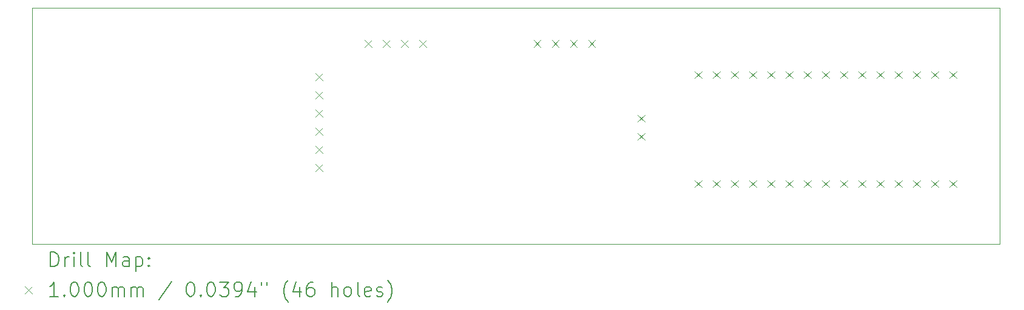
<source format=gbr>
%TF.GenerationSoftware,KiCad,Pcbnew,7.0.5*%
%TF.CreationDate,2023-07-11T17:47:13+06:00*%
%TF.ProjectId,Meteo_braslet,4d657465-6f5f-4627-9261-736c65742e6b,rev?*%
%TF.SameCoordinates,Original*%
%TF.FileFunction,Drillmap*%
%TF.FilePolarity,Positive*%
%FSLAX45Y45*%
G04 Gerber Fmt 4.5, Leading zero omitted, Abs format (unit mm)*
G04 Created by KiCad (PCBNEW 7.0.5) date 2023-07-11 17:47:13*
%MOMM*%
%LPD*%
G01*
G04 APERTURE LIST*
%ADD10C,0.100000*%
%ADD11C,0.200000*%
G04 APERTURE END LIST*
D10*
X3300000Y-3500000D02*
X16800000Y-3500000D01*
X16800000Y-6800000D01*
X3300000Y-6800000D01*
X3300000Y-3500000D01*
D11*
D10*
X7250000Y-4415000D02*
X7350000Y-4515000D01*
X7350000Y-4415000D02*
X7250000Y-4515000D01*
X7250000Y-4669000D02*
X7350000Y-4769000D01*
X7350000Y-4669000D02*
X7250000Y-4769000D01*
X7250000Y-4923000D02*
X7350000Y-5023000D01*
X7350000Y-4923000D02*
X7250000Y-5023000D01*
X7250000Y-5177000D02*
X7350000Y-5277000D01*
X7350000Y-5177000D02*
X7250000Y-5277000D01*
X7250000Y-5431000D02*
X7350000Y-5531000D01*
X7350000Y-5431000D02*
X7250000Y-5531000D01*
X7250000Y-5685000D02*
X7350000Y-5785000D01*
X7350000Y-5685000D02*
X7250000Y-5785000D01*
X7942000Y-3950000D02*
X8042000Y-4050000D01*
X8042000Y-3950000D02*
X7942000Y-4050000D01*
X8196000Y-3950000D02*
X8296000Y-4050000D01*
X8296000Y-3950000D02*
X8196000Y-4050000D01*
X8450000Y-3950000D02*
X8550000Y-4050000D01*
X8550000Y-3950000D02*
X8450000Y-4050000D01*
X8704000Y-3950000D02*
X8804000Y-4050000D01*
X8804000Y-3950000D02*
X8704000Y-4050000D01*
X10296000Y-3950000D02*
X10396000Y-4050000D01*
X10396000Y-3950000D02*
X10296000Y-4050000D01*
X10550000Y-3950000D02*
X10650000Y-4050000D01*
X10650000Y-3950000D02*
X10550000Y-4050000D01*
X10804000Y-3950000D02*
X10904000Y-4050000D01*
X10904000Y-3950000D02*
X10804000Y-4050000D01*
X11058000Y-3950000D02*
X11158000Y-4050000D01*
X11158000Y-3950000D02*
X11058000Y-4050000D01*
X11750000Y-4996000D02*
X11850000Y-5096000D01*
X11850000Y-4996000D02*
X11750000Y-5096000D01*
X11750000Y-5250000D02*
X11850000Y-5350000D01*
X11850000Y-5250000D02*
X11750000Y-5350000D01*
X12545000Y-4387000D02*
X12645000Y-4487000D01*
X12645000Y-4387000D02*
X12545000Y-4487000D01*
X12545000Y-5911000D02*
X12645000Y-6011000D01*
X12645000Y-5911000D02*
X12545000Y-6011000D01*
X12799000Y-4387000D02*
X12899000Y-4487000D01*
X12899000Y-4387000D02*
X12799000Y-4487000D01*
X12799000Y-5911000D02*
X12899000Y-6011000D01*
X12899000Y-5911000D02*
X12799000Y-6011000D01*
X13053000Y-4387000D02*
X13153000Y-4487000D01*
X13153000Y-4387000D02*
X13053000Y-4487000D01*
X13053000Y-5911000D02*
X13153000Y-6011000D01*
X13153000Y-5911000D02*
X13053000Y-6011000D01*
X13307000Y-4387000D02*
X13407000Y-4487000D01*
X13407000Y-4387000D02*
X13307000Y-4487000D01*
X13307000Y-5911000D02*
X13407000Y-6011000D01*
X13407000Y-5911000D02*
X13307000Y-6011000D01*
X13561000Y-4387000D02*
X13661000Y-4487000D01*
X13661000Y-4387000D02*
X13561000Y-4487000D01*
X13561000Y-5911000D02*
X13661000Y-6011000D01*
X13661000Y-5911000D02*
X13561000Y-6011000D01*
X13815000Y-4387000D02*
X13915000Y-4487000D01*
X13915000Y-4387000D02*
X13815000Y-4487000D01*
X13815000Y-5911000D02*
X13915000Y-6011000D01*
X13915000Y-5911000D02*
X13815000Y-6011000D01*
X14069000Y-4387000D02*
X14169000Y-4487000D01*
X14169000Y-4387000D02*
X14069000Y-4487000D01*
X14069000Y-5911000D02*
X14169000Y-6011000D01*
X14169000Y-5911000D02*
X14069000Y-6011000D01*
X14323000Y-4387000D02*
X14423000Y-4487000D01*
X14423000Y-4387000D02*
X14323000Y-4487000D01*
X14323000Y-5911000D02*
X14423000Y-6011000D01*
X14423000Y-5911000D02*
X14323000Y-6011000D01*
X14577000Y-4387000D02*
X14677000Y-4487000D01*
X14677000Y-4387000D02*
X14577000Y-4487000D01*
X14577000Y-5911000D02*
X14677000Y-6011000D01*
X14677000Y-5911000D02*
X14577000Y-6011000D01*
X14831000Y-4387000D02*
X14931000Y-4487000D01*
X14931000Y-4387000D02*
X14831000Y-4487000D01*
X14831000Y-5911000D02*
X14931000Y-6011000D01*
X14931000Y-5911000D02*
X14831000Y-6011000D01*
X15085000Y-4387000D02*
X15185000Y-4487000D01*
X15185000Y-4387000D02*
X15085000Y-4487000D01*
X15085000Y-5911000D02*
X15185000Y-6011000D01*
X15185000Y-5911000D02*
X15085000Y-6011000D01*
X15339000Y-4387000D02*
X15439000Y-4487000D01*
X15439000Y-4387000D02*
X15339000Y-4487000D01*
X15339000Y-5911000D02*
X15439000Y-6011000D01*
X15439000Y-5911000D02*
X15339000Y-6011000D01*
X15593000Y-4387000D02*
X15693000Y-4487000D01*
X15693000Y-4387000D02*
X15593000Y-4487000D01*
X15593000Y-5911000D02*
X15693000Y-6011000D01*
X15693000Y-5911000D02*
X15593000Y-6011000D01*
X15847000Y-4387000D02*
X15947000Y-4487000D01*
X15947000Y-4387000D02*
X15847000Y-4487000D01*
X15847000Y-5911000D02*
X15947000Y-6011000D01*
X15947000Y-5911000D02*
X15847000Y-6011000D01*
X16101000Y-4387000D02*
X16201000Y-4487000D01*
X16201000Y-4387000D02*
X16101000Y-4487000D01*
X16101000Y-5911000D02*
X16201000Y-6011000D01*
X16201000Y-5911000D02*
X16101000Y-6011000D01*
D11*
X3555777Y-7116484D02*
X3555777Y-6916484D01*
X3555777Y-6916484D02*
X3603396Y-6916484D01*
X3603396Y-6916484D02*
X3631967Y-6926008D01*
X3631967Y-6926008D02*
X3651015Y-6945055D01*
X3651015Y-6945055D02*
X3660539Y-6964103D01*
X3660539Y-6964103D02*
X3670062Y-7002198D01*
X3670062Y-7002198D02*
X3670062Y-7030769D01*
X3670062Y-7030769D02*
X3660539Y-7068865D01*
X3660539Y-7068865D02*
X3651015Y-7087912D01*
X3651015Y-7087912D02*
X3631967Y-7106960D01*
X3631967Y-7106960D02*
X3603396Y-7116484D01*
X3603396Y-7116484D02*
X3555777Y-7116484D01*
X3755777Y-7116484D02*
X3755777Y-6983150D01*
X3755777Y-7021246D02*
X3765301Y-7002198D01*
X3765301Y-7002198D02*
X3774824Y-6992674D01*
X3774824Y-6992674D02*
X3793872Y-6983150D01*
X3793872Y-6983150D02*
X3812920Y-6983150D01*
X3879586Y-7116484D02*
X3879586Y-6983150D01*
X3879586Y-6916484D02*
X3870062Y-6926008D01*
X3870062Y-6926008D02*
X3879586Y-6935531D01*
X3879586Y-6935531D02*
X3889110Y-6926008D01*
X3889110Y-6926008D02*
X3879586Y-6916484D01*
X3879586Y-6916484D02*
X3879586Y-6935531D01*
X4003396Y-7116484D02*
X3984348Y-7106960D01*
X3984348Y-7106960D02*
X3974824Y-7087912D01*
X3974824Y-7087912D02*
X3974824Y-6916484D01*
X4108158Y-7116484D02*
X4089110Y-7106960D01*
X4089110Y-7106960D02*
X4079586Y-7087912D01*
X4079586Y-7087912D02*
X4079586Y-6916484D01*
X4336729Y-7116484D02*
X4336729Y-6916484D01*
X4336729Y-6916484D02*
X4403396Y-7059341D01*
X4403396Y-7059341D02*
X4470063Y-6916484D01*
X4470063Y-6916484D02*
X4470063Y-7116484D01*
X4651015Y-7116484D02*
X4651015Y-7011722D01*
X4651015Y-7011722D02*
X4641491Y-6992674D01*
X4641491Y-6992674D02*
X4622444Y-6983150D01*
X4622444Y-6983150D02*
X4584348Y-6983150D01*
X4584348Y-6983150D02*
X4565301Y-6992674D01*
X4651015Y-7106960D02*
X4631967Y-7116484D01*
X4631967Y-7116484D02*
X4584348Y-7116484D01*
X4584348Y-7116484D02*
X4565301Y-7106960D01*
X4565301Y-7106960D02*
X4555777Y-7087912D01*
X4555777Y-7087912D02*
X4555777Y-7068865D01*
X4555777Y-7068865D02*
X4565301Y-7049817D01*
X4565301Y-7049817D02*
X4584348Y-7040293D01*
X4584348Y-7040293D02*
X4631967Y-7040293D01*
X4631967Y-7040293D02*
X4651015Y-7030769D01*
X4746253Y-6983150D02*
X4746253Y-7183150D01*
X4746253Y-6992674D02*
X4765301Y-6983150D01*
X4765301Y-6983150D02*
X4803396Y-6983150D01*
X4803396Y-6983150D02*
X4822444Y-6992674D01*
X4822444Y-6992674D02*
X4831967Y-7002198D01*
X4831967Y-7002198D02*
X4841491Y-7021246D01*
X4841491Y-7021246D02*
X4841491Y-7078388D01*
X4841491Y-7078388D02*
X4831967Y-7097436D01*
X4831967Y-7097436D02*
X4822444Y-7106960D01*
X4822444Y-7106960D02*
X4803396Y-7116484D01*
X4803396Y-7116484D02*
X4765301Y-7116484D01*
X4765301Y-7116484D02*
X4746253Y-7106960D01*
X4927205Y-7097436D02*
X4936729Y-7106960D01*
X4936729Y-7106960D02*
X4927205Y-7116484D01*
X4927205Y-7116484D02*
X4917682Y-7106960D01*
X4917682Y-7106960D02*
X4927205Y-7097436D01*
X4927205Y-7097436D02*
X4927205Y-7116484D01*
X4927205Y-6992674D02*
X4936729Y-7002198D01*
X4936729Y-7002198D02*
X4927205Y-7011722D01*
X4927205Y-7011722D02*
X4917682Y-7002198D01*
X4917682Y-7002198D02*
X4927205Y-6992674D01*
X4927205Y-6992674D02*
X4927205Y-7011722D01*
D10*
X3195000Y-7395000D02*
X3295000Y-7495000D01*
X3295000Y-7395000D02*
X3195000Y-7495000D01*
D11*
X3660539Y-7536484D02*
X3546253Y-7536484D01*
X3603396Y-7536484D02*
X3603396Y-7336484D01*
X3603396Y-7336484D02*
X3584348Y-7365055D01*
X3584348Y-7365055D02*
X3565301Y-7384103D01*
X3565301Y-7384103D02*
X3546253Y-7393627D01*
X3746253Y-7517436D02*
X3755777Y-7526960D01*
X3755777Y-7526960D02*
X3746253Y-7536484D01*
X3746253Y-7536484D02*
X3736729Y-7526960D01*
X3736729Y-7526960D02*
X3746253Y-7517436D01*
X3746253Y-7517436D02*
X3746253Y-7536484D01*
X3879586Y-7336484D02*
X3898634Y-7336484D01*
X3898634Y-7336484D02*
X3917682Y-7346008D01*
X3917682Y-7346008D02*
X3927205Y-7355531D01*
X3927205Y-7355531D02*
X3936729Y-7374579D01*
X3936729Y-7374579D02*
X3946253Y-7412674D01*
X3946253Y-7412674D02*
X3946253Y-7460293D01*
X3946253Y-7460293D02*
X3936729Y-7498388D01*
X3936729Y-7498388D02*
X3927205Y-7517436D01*
X3927205Y-7517436D02*
X3917682Y-7526960D01*
X3917682Y-7526960D02*
X3898634Y-7536484D01*
X3898634Y-7536484D02*
X3879586Y-7536484D01*
X3879586Y-7536484D02*
X3860539Y-7526960D01*
X3860539Y-7526960D02*
X3851015Y-7517436D01*
X3851015Y-7517436D02*
X3841491Y-7498388D01*
X3841491Y-7498388D02*
X3831967Y-7460293D01*
X3831967Y-7460293D02*
X3831967Y-7412674D01*
X3831967Y-7412674D02*
X3841491Y-7374579D01*
X3841491Y-7374579D02*
X3851015Y-7355531D01*
X3851015Y-7355531D02*
X3860539Y-7346008D01*
X3860539Y-7346008D02*
X3879586Y-7336484D01*
X4070062Y-7336484D02*
X4089110Y-7336484D01*
X4089110Y-7336484D02*
X4108158Y-7346008D01*
X4108158Y-7346008D02*
X4117682Y-7355531D01*
X4117682Y-7355531D02*
X4127205Y-7374579D01*
X4127205Y-7374579D02*
X4136729Y-7412674D01*
X4136729Y-7412674D02*
X4136729Y-7460293D01*
X4136729Y-7460293D02*
X4127205Y-7498388D01*
X4127205Y-7498388D02*
X4117682Y-7517436D01*
X4117682Y-7517436D02*
X4108158Y-7526960D01*
X4108158Y-7526960D02*
X4089110Y-7536484D01*
X4089110Y-7536484D02*
X4070062Y-7536484D01*
X4070062Y-7536484D02*
X4051015Y-7526960D01*
X4051015Y-7526960D02*
X4041491Y-7517436D01*
X4041491Y-7517436D02*
X4031967Y-7498388D01*
X4031967Y-7498388D02*
X4022443Y-7460293D01*
X4022443Y-7460293D02*
X4022443Y-7412674D01*
X4022443Y-7412674D02*
X4031967Y-7374579D01*
X4031967Y-7374579D02*
X4041491Y-7355531D01*
X4041491Y-7355531D02*
X4051015Y-7346008D01*
X4051015Y-7346008D02*
X4070062Y-7336484D01*
X4260539Y-7336484D02*
X4279586Y-7336484D01*
X4279586Y-7336484D02*
X4298634Y-7346008D01*
X4298634Y-7346008D02*
X4308158Y-7355531D01*
X4308158Y-7355531D02*
X4317682Y-7374579D01*
X4317682Y-7374579D02*
X4327205Y-7412674D01*
X4327205Y-7412674D02*
X4327205Y-7460293D01*
X4327205Y-7460293D02*
X4317682Y-7498388D01*
X4317682Y-7498388D02*
X4308158Y-7517436D01*
X4308158Y-7517436D02*
X4298634Y-7526960D01*
X4298634Y-7526960D02*
X4279586Y-7536484D01*
X4279586Y-7536484D02*
X4260539Y-7536484D01*
X4260539Y-7536484D02*
X4241491Y-7526960D01*
X4241491Y-7526960D02*
X4231967Y-7517436D01*
X4231967Y-7517436D02*
X4222444Y-7498388D01*
X4222444Y-7498388D02*
X4212920Y-7460293D01*
X4212920Y-7460293D02*
X4212920Y-7412674D01*
X4212920Y-7412674D02*
X4222444Y-7374579D01*
X4222444Y-7374579D02*
X4231967Y-7355531D01*
X4231967Y-7355531D02*
X4241491Y-7346008D01*
X4241491Y-7346008D02*
X4260539Y-7336484D01*
X4412920Y-7536484D02*
X4412920Y-7403150D01*
X4412920Y-7422198D02*
X4422444Y-7412674D01*
X4422444Y-7412674D02*
X4441491Y-7403150D01*
X4441491Y-7403150D02*
X4470063Y-7403150D01*
X4470063Y-7403150D02*
X4489110Y-7412674D01*
X4489110Y-7412674D02*
X4498634Y-7431722D01*
X4498634Y-7431722D02*
X4498634Y-7536484D01*
X4498634Y-7431722D02*
X4508158Y-7412674D01*
X4508158Y-7412674D02*
X4527205Y-7403150D01*
X4527205Y-7403150D02*
X4555777Y-7403150D01*
X4555777Y-7403150D02*
X4574825Y-7412674D01*
X4574825Y-7412674D02*
X4584348Y-7431722D01*
X4584348Y-7431722D02*
X4584348Y-7536484D01*
X4679586Y-7536484D02*
X4679586Y-7403150D01*
X4679586Y-7422198D02*
X4689110Y-7412674D01*
X4689110Y-7412674D02*
X4708158Y-7403150D01*
X4708158Y-7403150D02*
X4736729Y-7403150D01*
X4736729Y-7403150D02*
X4755777Y-7412674D01*
X4755777Y-7412674D02*
X4765301Y-7431722D01*
X4765301Y-7431722D02*
X4765301Y-7536484D01*
X4765301Y-7431722D02*
X4774825Y-7412674D01*
X4774825Y-7412674D02*
X4793872Y-7403150D01*
X4793872Y-7403150D02*
X4822444Y-7403150D01*
X4822444Y-7403150D02*
X4841491Y-7412674D01*
X4841491Y-7412674D02*
X4851015Y-7431722D01*
X4851015Y-7431722D02*
X4851015Y-7536484D01*
X5241491Y-7326960D02*
X5070063Y-7584103D01*
X5498634Y-7336484D02*
X5517682Y-7336484D01*
X5517682Y-7336484D02*
X5536729Y-7346008D01*
X5536729Y-7346008D02*
X5546253Y-7355531D01*
X5546253Y-7355531D02*
X5555777Y-7374579D01*
X5555777Y-7374579D02*
X5565301Y-7412674D01*
X5565301Y-7412674D02*
X5565301Y-7460293D01*
X5565301Y-7460293D02*
X5555777Y-7498388D01*
X5555777Y-7498388D02*
X5546253Y-7517436D01*
X5546253Y-7517436D02*
X5536729Y-7526960D01*
X5536729Y-7526960D02*
X5517682Y-7536484D01*
X5517682Y-7536484D02*
X5498634Y-7536484D01*
X5498634Y-7536484D02*
X5479587Y-7526960D01*
X5479587Y-7526960D02*
X5470063Y-7517436D01*
X5470063Y-7517436D02*
X5460539Y-7498388D01*
X5460539Y-7498388D02*
X5451015Y-7460293D01*
X5451015Y-7460293D02*
X5451015Y-7412674D01*
X5451015Y-7412674D02*
X5460539Y-7374579D01*
X5460539Y-7374579D02*
X5470063Y-7355531D01*
X5470063Y-7355531D02*
X5479587Y-7346008D01*
X5479587Y-7346008D02*
X5498634Y-7336484D01*
X5651015Y-7517436D02*
X5660539Y-7526960D01*
X5660539Y-7526960D02*
X5651015Y-7536484D01*
X5651015Y-7536484D02*
X5641491Y-7526960D01*
X5641491Y-7526960D02*
X5651015Y-7517436D01*
X5651015Y-7517436D02*
X5651015Y-7536484D01*
X5784348Y-7336484D02*
X5803396Y-7336484D01*
X5803396Y-7336484D02*
X5822444Y-7346008D01*
X5822444Y-7346008D02*
X5831967Y-7355531D01*
X5831967Y-7355531D02*
X5841491Y-7374579D01*
X5841491Y-7374579D02*
X5851015Y-7412674D01*
X5851015Y-7412674D02*
X5851015Y-7460293D01*
X5851015Y-7460293D02*
X5841491Y-7498388D01*
X5841491Y-7498388D02*
X5831967Y-7517436D01*
X5831967Y-7517436D02*
X5822444Y-7526960D01*
X5822444Y-7526960D02*
X5803396Y-7536484D01*
X5803396Y-7536484D02*
X5784348Y-7536484D01*
X5784348Y-7536484D02*
X5765301Y-7526960D01*
X5765301Y-7526960D02*
X5755777Y-7517436D01*
X5755777Y-7517436D02*
X5746253Y-7498388D01*
X5746253Y-7498388D02*
X5736729Y-7460293D01*
X5736729Y-7460293D02*
X5736729Y-7412674D01*
X5736729Y-7412674D02*
X5746253Y-7374579D01*
X5746253Y-7374579D02*
X5755777Y-7355531D01*
X5755777Y-7355531D02*
X5765301Y-7346008D01*
X5765301Y-7346008D02*
X5784348Y-7336484D01*
X5917682Y-7336484D02*
X6041491Y-7336484D01*
X6041491Y-7336484D02*
X5974825Y-7412674D01*
X5974825Y-7412674D02*
X6003396Y-7412674D01*
X6003396Y-7412674D02*
X6022444Y-7422198D01*
X6022444Y-7422198D02*
X6031967Y-7431722D01*
X6031967Y-7431722D02*
X6041491Y-7450769D01*
X6041491Y-7450769D02*
X6041491Y-7498388D01*
X6041491Y-7498388D02*
X6031967Y-7517436D01*
X6031967Y-7517436D02*
X6022444Y-7526960D01*
X6022444Y-7526960D02*
X6003396Y-7536484D01*
X6003396Y-7536484D02*
X5946253Y-7536484D01*
X5946253Y-7536484D02*
X5927206Y-7526960D01*
X5927206Y-7526960D02*
X5917682Y-7517436D01*
X6136729Y-7536484D02*
X6174825Y-7536484D01*
X6174825Y-7536484D02*
X6193872Y-7526960D01*
X6193872Y-7526960D02*
X6203396Y-7517436D01*
X6203396Y-7517436D02*
X6222444Y-7488865D01*
X6222444Y-7488865D02*
X6231967Y-7450769D01*
X6231967Y-7450769D02*
X6231967Y-7374579D01*
X6231967Y-7374579D02*
X6222444Y-7355531D01*
X6222444Y-7355531D02*
X6212920Y-7346008D01*
X6212920Y-7346008D02*
X6193872Y-7336484D01*
X6193872Y-7336484D02*
X6155777Y-7336484D01*
X6155777Y-7336484D02*
X6136729Y-7346008D01*
X6136729Y-7346008D02*
X6127206Y-7355531D01*
X6127206Y-7355531D02*
X6117682Y-7374579D01*
X6117682Y-7374579D02*
X6117682Y-7422198D01*
X6117682Y-7422198D02*
X6127206Y-7441246D01*
X6127206Y-7441246D02*
X6136729Y-7450769D01*
X6136729Y-7450769D02*
X6155777Y-7460293D01*
X6155777Y-7460293D02*
X6193872Y-7460293D01*
X6193872Y-7460293D02*
X6212920Y-7450769D01*
X6212920Y-7450769D02*
X6222444Y-7441246D01*
X6222444Y-7441246D02*
X6231967Y-7422198D01*
X6403396Y-7403150D02*
X6403396Y-7536484D01*
X6355777Y-7326960D02*
X6308158Y-7469817D01*
X6308158Y-7469817D02*
X6431967Y-7469817D01*
X6498634Y-7336484D02*
X6498634Y-7374579D01*
X6574825Y-7336484D02*
X6574825Y-7374579D01*
X6870063Y-7612674D02*
X6860539Y-7603150D01*
X6860539Y-7603150D02*
X6841491Y-7574579D01*
X6841491Y-7574579D02*
X6831968Y-7555531D01*
X6831968Y-7555531D02*
X6822444Y-7526960D01*
X6822444Y-7526960D02*
X6812920Y-7479341D01*
X6812920Y-7479341D02*
X6812920Y-7441246D01*
X6812920Y-7441246D02*
X6822444Y-7393627D01*
X6822444Y-7393627D02*
X6831968Y-7365055D01*
X6831968Y-7365055D02*
X6841491Y-7346008D01*
X6841491Y-7346008D02*
X6860539Y-7317436D01*
X6860539Y-7317436D02*
X6870063Y-7307912D01*
X7031968Y-7403150D02*
X7031968Y-7536484D01*
X6984348Y-7326960D02*
X6936729Y-7469817D01*
X6936729Y-7469817D02*
X7060539Y-7469817D01*
X7222444Y-7336484D02*
X7184348Y-7336484D01*
X7184348Y-7336484D02*
X7165301Y-7346008D01*
X7165301Y-7346008D02*
X7155777Y-7355531D01*
X7155777Y-7355531D02*
X7136729Y-7384103D01*
X7136729Y-7384103D02*
X7127206Y-7422198D01*
X7127206Y-7422198D02*
X7127206Y-7498388D01*
X7127206Y-7498388D02*
X7136729Y-7517436D01*
X7136729Y-7517436D02*
X7146253Y-7526960D01*
X7146253Y-7526960D02*
X7165301Y-7536484D01*
X7165301Y-7536484D02*
X7203396Y-7536484D01*
X7203396Y-7536484D02*
X7222444Y-7526960D01*
X7222444Y-7526960D02*
X7231968Y-7517436D01*
X7231968Y-7517436D02*
X7241491Y-7498388D01*
X7241491Y-7498388D02*
X7241491Y-7450769D01*
X7241491Y-7450769D02*
X7231968Y-7431722D01*
X7231968Y-7431722D02*
X7222444Y-7422198D01*
X7222444Y-7422198D02*
X7203396Y-7412674D01*
X7203396Y-7412674D02*
X7165301Y-7412674D01*
X7165301Y-7412674D02*
X7146253Y-7422198D01*
X7146253Y-7422198D02*
X7136729Y-7431722D01*
X7136729Y-7431722D02*
X7127206Y-7450769D01*
X7479587Y-7536484D02*
X7479587Y-7336484D01*
X7565301Y-7536484D02*
X7565301Y-7431722D01*
X7565301Y-7431722D02*
X7555777Y-7412674D01*
X7555777Y-7412674D02*
X7536730Y-7403150D01*
X7536730Y-7403150D02*
X7508158Y-7403150D01*
X7508158Y-7403150D02*
X7489110Y-7412674D01*
X7489110Y-7412674D02*
X7479587Y-7422198D01*
X7689110Y-7536484D02*
X7670063Y-7526960D01*
X7670063Y-7526960D02*
X7660539Y-7517436D01*
X7660539Y-7517436D02*
X7651015Y-7498388D01*
X7651015Y-7498388D02*
X7651015Y-7441246D01*
X7651015Y-7441246D02*
X7660539Y-7422198D01*
X7660539Y-7422198D02*
X7670063Y-7412674D01*
X7670063Y-7412674D02*
X7689110Y-7403150D01*
X7689110Y-7403150D02*
X7717682Y-7403150D01*
X7717682Y-7403150D02*
X7736730Y-7412674D01*
X7736730Y-7412674D02*
X7746253Y-7422198D01*
X7746253Y-7422198D02*
X7755777Y-7441246D01*
X7755777Y-7441246D02*
X7755777Y-7498388D01*
X7755777Y-7498388D02*
X7746253Y-7517436D01*
X7746253Y-7517436D02*
X7736730Y-7526960D01*
X7736730Y-7526960D02*
X7717682Y-7536484D01*
X7717682Y-7536484D02*
X7689110Y-7536484D01*
X7870063Y-7536484D02*
X7851015Y-7526960D01*
X7851015Y-7526960D02*
X7841491Y-7507912D01*
X7841491Y-7507912D02*
X7841491Y-7336484D01*
X8022444Y-7526960D02*
X8003396Y-7536484D01*
X8003396Y-7536484D02*
X7965301Y-7536484D01*
X7965301Y-7536484D02*
X7946253Y-7526960D01*
X7946253Y-7526960D02*
X7936730Y-7507912D01*
X7936730Y-7507912D02*
X7936730Y-7431722D01*
X7936730Y-7431722D02*
X7946253Y-7412674D01*
X7946253Y-7412674D02*
X7965301Y-7403150D01*
X7965301Y-7403150D02*
X8003396Y-7403150D01*
X8003396Y-7403150D02*
X8022444Y-7412674D01*
X8022444Y-7412674D02*
X8031968Y-7431722D01*
X8031968Y-7431722D02*
X8031968Y-7450769D01*
X8031968Y-7450769D02*
X7936730Y-7469817D01*
X8108158Y-7526960D02*
X8127206Y-7536484D01*
X8127206Y-7536484D02*
X8165301Y-7536484D01*
X8165301Y-7536484D02*
X8184349Y-7526960D01*
X8184349Y-7526960D02*
X8193872Y-7507912D01*
X8193872Y-7507912D02*
X8193872Y-7498388D01*
X8193872Y-7498388D02*
X8184349Y-7479341D01*
X8184349Y-7479341D02*
X8165301Y-7469817D01*
X8165301Y-7469817D02*
X8136730Y-7469817D01*
X8136730Y-7469817D02*
X8117682Y-7460293D01*
X8117682Y-7460293D02*
X8108158Y-7441246D01*
X8108158Y-7441246D02*
X8108158Y-7431722D01*
X8108158Y-7431722D02*
X8117682Y-7412674D01*
X8117682Y-7412674D02*
X8136730Y-7403150D01*
X8136730Y-7403150D02*
X8165301Y-7403150D01*
X8165301Y-7403150D02*
X8184349Y-7412674D01*
X8260539Y-7612674D02*
X8270063Y-7603150D01*
X8270063Y-7603150D02*
X8289111Y-7574579D01*
X8289111Y-7574579D02*
X8298634Y-7555531D01*
X8298634Y-7555531D02*
X8308158Y-7526960D01*
X8308158Y-7526960D02*
X8317682Y-7479341D01*
X8317682Y-7479341D02*
X8317682Y-7441246D01*
X8317682Y-7441246D02*
X8308158Y-7393627D01*
X8308158Y-7393627D02*
X8298634Y-7365055D01*
X8298634Y-7365055D02*
X8289111Y-7346008D01*
X8289111Y-7346008D02*
X8270063Y-7317436D01*
X8270063Y-7317436D02*
X8260539Y-7307912D01*
M02*

</source>
